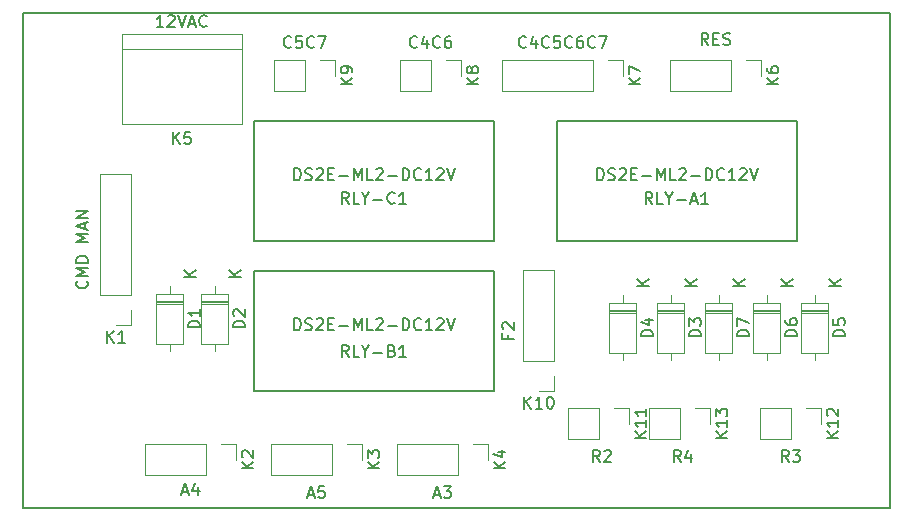
<source format=gto>
G04 #@! TF.GenerationSoftware,KiCad,Pcbnew,5.0.2-bee76a0~70~ubuntu18.04.1*
G04 #@! TF.CreationDate,2020-04-21T14:12:21+02:00*
G04 #@! TF.ProjectId,FeuMontagne,4665754d-6f6e-4746-9167-6e652e6b6963,rev?*
G04 #@! TF.SameCoordinates,Original*
G04 #@! TF.FileFunction,Legend,Top*
G04 #@! TF.FilePolarity,Positive*
%FSLAX46Y46*%
G04 Gerber Fmt 4.6, Leading zero omitted, Abs format (unit mm)*
G04 Created by KiCad (PCBNEW 5.0.2-bee76a0~70~ubuntu18.04.1) date mar. 21 avril 2020 14:12:21 CEST*
%MOMM*%
%LPD*%
G01*
G04 APERTURE LIST*
%ADD10C,0.150000*%
%ADD11C,0.120000*%
G04 APERTURE END LIST*
D10*
X169672000Y-73914000D02*
X96266000Y-73914000D01*
X169672000Y-115824000D02*
X169672000Y-73914000D01*
X96266000Y-115824000D02*
X169672000Y-115824000D01*
X96266000Y-73914000D02*
X96266000Y-115824000D01*
D11*
G04 #@! TO.C,D1*
X109832000Y-98302000D02*
X107592000Y-98302000D01*
X109832000Y-98542000D02*
X107592000Y-98542000D01*
X109832000Y-98422000D02*
X107592000Y-98422000D01*
X108712000Y-102592000D02*
X108712000Y-101942000D01*
X108712000Y-97052000D02*
X108712000Y-97702000D01*
X109832000Y-101942000D02*
X109832000Y-97702000D01*
X107592000Y-101942000D02*
X109832000Y-101942000D01*
X107592000Y-97702000D02*
X107592000Y-101942000D01*
X109832000Y-97702000D02*
X107592000Y-97702000D01*
G04 #@! TO.C,D2*
X113642000Y-98302000D02*
X111402000Y-98302000D01*
X113642000Y-98542000D02*
X111402000Y-98542000D01*
X113642000Y-98422000D02*
X111402000Y-98422000D01*
X112522000Y-102592000D02*
X112522000Y-101942000D01*
X112522000Y-97052000D02*
X112522000Y-97702000D01*
X113642000Y-101942000D02*
X113642000Y-97702000D01*
X111402000Y-101942000D02*
X113642000Y-101942000D01*
X111402000Y-97702000D02*
X111402000Y-101942000D01*
X113642000Y-97702000D02*
X111402000Y-97702000D01*
G04 #@! TO.C,D3*
X152250000Y-99064000D02*
X150010000Y-99064000D01*
X152250000Y-99304000D02*
X150010000Y-99304000D01*
X152250000Y-99184000D02*
X150010000Y-99184000D01*
X151130000Y-103354000D02*
X151130000Y-102704000D01*
X151130000Y-97814000D02*
X151130000Y-98464000D01*
X152250000Y-102704000D02*
X152250000Y-98464000D01*
X150010000Y-102704000D02*
X152250000Y-102704000D01*
X150010000Y-98464000D02*
X150010000Y-102704000D01*
X152250000Y-98464000D02*
X150010000Y-98464000D01*
G04 #@! TO.C,D4*
X148186000Y-98464000D02*
X145946000Y-98464000D01*
X145946000Y-98464000D02*
X145946000Y-102704000D01*
X145946000Y-102704000D02*
X148186000Y-102704000D01*
X148186000Y-102704000D02*
X148186000Y-98464000D01*
X147066000Y-97814000D02*
X147066000Y-98464000D01*
X147066000Y-103354000D02*
X147066000Y-102704000D01*
X148186000Y-99184000D02*
X145946000Y-99184000D01*
X148186000Y-99304000D02*
X145946000Y-99304000D01*
X148186000Y-99064000D02*
X145946000Y-99064000D01*
G04 #@! TO.C,D5*
X164442000Y-98464000D02*
X162202000Y-98464000D01*
X162202000Y-98464000D02*
X162202000Y-102704000D01*
X162202000Y-102704000D02*
X164442000Y-102704000D01*
X164442000Y-102704000D02*
X164442000Y-98464000D01*
X163322000Y-97814000D02*
X163322000Y-98464000D01*
X163322000Y-103354000D02*
X163322000Y-102704000D01*
X164442000Y-99184000D02*
X162202000Y-99184000D01*
X164442000Y-99304000D02*
X162202000Y-99304000D01*
X164442000Y-99064000D02*
X162202000Y-99064000D01*
G04 #@! TO.C,D6*
X160378000Y-98464000D02*
X158138000Y-98464000D01*
X158138000Y-98464000D02*
X158138000Y-102704000D01*
X158138000Y-102704000D02*
X160378000Y-102704000D01*
X160378000Y-102704000D02*
X160378000Y-98464000D01*
X159258000Y-97814000D02*
X159258000Y-98464000D01*
X159258000Y-103354000D02*
X159258000Y-102704000D01*
X160378000Y-99184000D02*
X158138000Y-99184000D01*
X160378000Y-99304000D02*
X158138000Y-99304000D01*
X160378000Y-99064000D02*
X158138000Y-99064000D01*
G04 #@! TO.C,D7*
X156314000Y-98464000D02*
X154074000Y-98464000D01*
X154074000Y-98464000D02*
X154074000Y-102704000D01*
X154074000Y-102704000D02*
X156314000Y-102704000D01*
X156314000Y-102704000D02*
X156314000Y-98464000D01*
X155194000Y-97814000D02*
X155194000Y-98464000D01*
X155194000Y-103354000D02*
X155194000Y-102704000D01*
X156314000Y-99184000D02*
X154074000Y-99184000D01*
X156314000Y-99304000D02*
X154074000Y-99304000D01*
X156314000Y-99064000D02*
X154074000Y-99064000D01*
G04 #@! TO.C,K1*
X105470000Y-87570000D02*
X102810000Y-87570000D01*
X105470000Y-97790000D02*
X105470000Y-87570000D01*
X102810000Y-97790000D02*
X102810000Y-87570000D01*
X105470000Y-97790000D02*
X102810000Y-97790000D01*
X105470000Y-99060000D02*
X105470000Y-100390000D01*
X105470000Y-100390000D02*
X104140000Y-100390000D01*
G04 #@! TO.C,K2*
X106620000Y-110430000D02*
X106620000Y-113090000D01*
X111760000Y-110430000D02*
X106620000Y-110430000D01*
X111760000Y-113090000D02*
X106620000Y-113090000D01*
X111760000Y-110430000D02*
X111760000Y-113090000D01*
X113030000Y-110430000D02*
X114360000Y-110430000D01*
X114360000Y-110430000D02*
X114360000Y-111760000D01*
G04 #@! TO.C,K3*
X117288000Y-110430000D02*
X117288000Y-113090000D01*
X122428000Y-110430000D02*
X117288000Y-110430000D01*
X122428000Y-113090000D02*
X117288000Y-113090000D01*
X122428000Y-110430000D02*
X122428000Y-113090000D01*
X123698000Y-110430000D02*
X125028000Y-110430000D01*
X125028000Y-110430000D02*
X125028000Y-111760000D01*
G04 #@! TO.C,K4*
X135696000Y-110430000D02*
X135696000Y-111760000D01*
X134366000Y-110430000D02*
X135696000Y-110430000D01*
X133096000Y-110430000D02*
X133096000Y-113090000D01*
X133096000Y-113090000D02*
X127956000Y-113090000D01*
X133096000Y-110430000D02*
X127956000Y-110430000D01*
X127956000Y-110430000D02*
X127956000Y-113090000D01*
G04 #@! TO.C,K5*
X104648000Y-76962000D02*
X114808000Y-76962000D01*
X104648000Y-75692000D02*
X104648000Y-83312000D01*
X104648000Y-83312000D02*
X114808000Y-83312000D01*
X114808000Y-83312000D02*
X114808000Y-75692000D01*
X114808000Y-75692000D02*
X104648000Y-75692000D01*
G04 #@! TO.C,K6*
X158810000Y-77918000D02*
X158810000Y-79248000D01*
X157480000Y-77918000D02*
X158810000Y-77918000D01*
X156210000Y-77918000D02*
X156210000Y-80578000D01*
X156210000Y-80578000D02*
X151070000Y-80578000D01*
X156210000Y-77918000D02*
X151070000Y-77918000D01*
X151070000Y-77918000D02*
X151070000Y-80578000D01*
G04 #@! TO.C,K7*
X136846000Y-77918000D02*
X136846000Y-80578000D01*
X144526000Y-77918000D02*
X136846000Y-77918000D01*
X144526000Y-80578000D02*
X136846000Y-80578000D01*
X144526000Y-77918000D02*
X144526000Y-80578000D01*
X145796000Y-77918000D02*
X147126000Y-77918000D01*
X147126000Y-77918000D02*
X147126000Y-79248000D01*
G04 #@! TO.C,K8*
X133410000Y-77918000D02*
X133410000Y-79248000D01*
X132080000Y-77918000D02*
X133410000Y-77918000D01*
X130810000Y-77918000D02*
X130810000Y-80578000D01*
X130810000Y-80578000D02*
X128210000Y-80578000D01*
X130810000Y-77918000D02*
X128210000Y-77918000D01*
X128210000Y-77918000D02*
X128210000Y-80578000D01*
G04 #@! TO.C,K9*
X117542000Y-77918000D02*
X117542000Y-80578000D01*
X120142000Y-77918000D02*
X117542000Y-77918000D01*
X120142000Y-80578000D02*
X117542000Y-80578000D01*
X120142000Y-77918000D02*
X120142000Y-80578000D01*
X121412000Y-77918000D02*
X122742000Y-77918000D01*
X122742000Y-77918000D02*
X122742000Y-79248000D01*
G04 #@! TO.C,K10*
X141284000Y-105978000D02*
X139954000Y-105978000D01*
X141284000Y-104648000D02*
X141284000Y-105978000D01*
X141284000Y-103378000D02*
X138624000Y-103378000D01*
X138624000Y-103378000D02*
X138624000Y-95698000D01*
X141284000Y-103378000D02*
X141284000Y-95698000D01*
X141284000Y-95698000D02*
X138624000Y-95698000D01*
G04 #@! TO.C,K11*
X147634000Y-107382000D02*
X147634000Y-108712000D01*
X146304000Y-107382000D02*
X147634000Y-107382000D01*
X145034000Y-107382000D02*
X145034000Y-110042000D01*
X145034000Y-110042000D02*
X142434000Y-110042000D01*
X145034000Y-107382000D02*
X142434000Y-107382000D01*
X142434000Y-107382000D02*
X142434000Y-110042000D01*
G04 #@! TO.C,K12*
X158690000Y-107382000D02*
X158690000Y-110042000D01*
X161290000Y-107382000D02*
X158690000Y-107382000D01*
X161290000Y-110042000D02*
X158690000Y-110042000D01*
X161290000Y-107382000D02*
X161290000Y-110042000D01*
X162560000Y-107382000D02*
X163890000Y-107382000D01*
X163890000Y-107382000D02*
X163890000Y-108712000D01*
G04 #@! TO.C,K13*
X154492000Y-107382000D02*
X154492000Y-108712000D01*
X153162000Y-107382000D02*
X154492000Y-107382000D01*
X151892000Y-107382000D02*
X151892000Y-110042000D01*
X151892000Y-110042000D02*
X149292000Y-110042000D01*
X151892000Y-107382000D02*
X149292000Y-107382000D01*
X149292000Y-107382000D02*
X149292000Y-110042000D01*
D10*
G04 #@! TO.C,RLY-A1*
X141478000Y-83058000D02*
X141478000Y-93218000D01*
X161798000Y-83058000D02*
X141478000Y-83058000D01*
X161798000Y-93218000D02*
X161798000Y-83058000D01*
X141478000Y-93218000D02*
X161798000Y-93218000D01*
G04 #@! TO.C,RLY-B1*
X115824000Y-105918000D02*
X136144000Y-105918000D01*
X136144000Y-105918000D02*
X136144000Y-95758000D01*
X136144000Y-95758000D02*
X115824000Y-95758000D01*
X115824000Y-95758000D02*
X115824000Y-105918000D01*
G04 #@! TO.C,RLY-C1*
X115824000Y-93218000D02*
X136144000Y-93218000D01*
X136144000Y-93218000D02*
X136144000Y-83058000D01*
X136144000Y-83058000D02*
X115824000Y-83058000D01*
X115824000Y-83058000D02*
X115824000Y-93218000D01*
G04 #@! TD*
G04 #@! TO.C,D1*
X111284380Y-100560095D02*
X110284380Y-100560095D01*
X110284380Y-100322000D01*
X110332000Y-100179142D01*
X110427238Y-100083904D01*
X110522476Y-100036285D01*
X110712952Y-99988666D01*
X110855809Y-99988666D01*
X111046285Y-100036285D01*
X111141523Y-100083904D01*
X111236761Y-100179142D01*
X111284380Y-100322000D01*
X111284380Y-100560095D01*
X111284380Y-99036285D02*
X111284380Y-99607714D01*
X111284380Y-99322000D02*
X110284380Y-99322000D01*
X110427238Y-99417238D01*
X110522476Y-99512476D01*
X110570095Y-99607714D01*
X110964380Y-96273904D02*
X109964380Y-96273904D01*
X110964380Y-95702476D02*
X110392952Y-96131047D01*
X109964380Y-95702476D02*
X110535809Y-96273904D01*
G04 #@! TO.C,D2*
X115094380Y-100560095D02*
X114094380Y-100560095D01*
X114094380Y-100322000D01*
X114142000Y-100179142D01*
X114237238Y-100083904D01*
X114332476Y-100036285D01*
X114522952Y-99988666D01*
X114665809Y-99988666D01*
X114856285Y-100036285D01*
X114951523Y-100083904D01*
X115046761Y-100179142D01*
X115094380Y-100322000D01*
X115094380Y-100560095D01*
X114189619Y-99607714D02*
X114142000Y-99560095D01*
X114094380Y-99464857D01*
X114094380Y-99226761D01*
X114142000Y-99131523D01*
X114189619Y-99083904D01*
X114284857Y-99036285D01*
X114380095Y-99036285D01*
X114522952Y-99083904D01*
X115094380Y-99655333D01*
X115094380Y-99036285D01*
X114774380Y-96273904D02*
X113774380Y-96273904D01*
X114774380Y-95702476D02*
X114202952Y-96131047D01*
X113774380Y-95702476D02*
X114345809Y-96273904D01*
G04 #@! TO.C,D3*
X153702380Y-101322095D02*
X152702380Y-101322095D01*
X152702380Y-101084000D01*
X152750000Y-100941142D01*
X152845238Y-100845904D01*
X152940476Y-100798285D01*
X153130952Y-100750666D01*
X153273809Y-100750666D01*
X153464285Y-100798285D01*
X153559523Y-100845904D01*
X153654761Y-100941142D01*
X153702380Y-101084000D01*
X153702380Y-101322095D01*
X152702380Y-100417333D02*
X152702380Y-99798285D01*
X153083333Y-100131619D01*
X153083333Y-99988761D01*
X153130952Y-99893523D01*
X153178571Y-99845904D01*
X153273809Y-99798285D01*
X153511904Y-99798285D01*
X153607142Y-99845904D01*
X153654761Y-99893523D01*
X153702380Y-99988761D01*
X153702380Y-100274476D01*
X153654761Y-100369714D01*
X153607142Y-100417333D01*
X153382380Y-97035904D02*
X152382380Y-97035904D01*
X153382380Y-96464476D02*
X152810952Y-96893047D01*
X152382380Y-96464476D02*
X152953809Y-97035904D01*
G04 #@! TO.C,D4*
X149638380Y-101322095D02*
X148638380Y-101322095D01*
X148638380Y-101084000D01*
X148686000Y-100941142D01*
X148781238Y-100845904D01*
X148876476Y-100798285D01*
X149066952Y-100750666D01*
X149209809Y-100750666D01*
X149400285Y-100798285D01*
X149495523Y-100845904D01*
X149590761Y-100941142D01*
X149638380Y-101084000D01*
X149638380Y-101322095D01*
X148971714Y-99893523D02*
X149638380Y-99893523D01*
X148590761Y-100131619D02*
X149305047Y-100369714D01*
X149305047Y-99750666D01*
X149318380Y-97035904D02*
X148318380Y-97035904D01*
X149318380Y-96464476D02*
X148746952Y-96893047D01*
X148318380Y-96464476D02*
X148889809Y-97035904D01*
G04 #@! TO.C,D5*
X165894380Y-101322095D02*
X164894380Y-101322095D01*
X164894380Y-101084000D01*
X164942000Y-100941142D01*
X165037238Y-100845904D01*
X165132476Y-100798285D01*
X165322952Y-100750666D01*
X165465809Y-100750666D01*
X165656285Y-100798285D01*
X165751523Y-100845904D01*
X165846761Y-100941142D01*
X165894380Y-101084000D01*
X165894380Y-101322095D01*
X164894380Y-99845904D02*
X164894380Y-100322095D01*
X165370571Y-100369714D01*
X165322952Y-100322095D01*
X165275333Y-100226857D01*
X165275333Y-99988761D01*
X165322952Y-99893523D01*
X165370571Y-99845904D01*
X165465809Y-99798285D01*
X165703904Y-99798285D01*
X165799142Y-99845904D01*
X165846761Y-99893523D01*
X165894380Y-99988761D01*
X165894380Y-100226857D01*
X165846761Y-100322095D01*
X165799142Y-100369714D01*
X165574380Y-97035904D02*
X164574380Y-97035904D01*
X165574380Y-96464476D02*
X165002952Y-96893047D01*
X164574380Y-96464476D02*
X165145809Y-97035904D01*
G04 #@! TO.C,D6*
X161830380Y-101322095D02*
X160830380Y-101322095D01*
X160830380Y-101084000D01*
X160878000Y-100941142D01*
X160973238Y-100845904D01*
X161068476Y-100798285D01*
X161258952Y-100750666D01*
X161401809Y-100750666D01*
X161592285Y-100798285D01*
X161687523Y-100845904D01*
X161782761Y-100941142D01*
X161830380Y-101084000D01*
X161830380Y-101322095D01*
X160830380Y-99893523D02*
X160830380Y-100084000D01*
X160878000Y-100179238D01*
X160925619Y-100226857D01*
X161068476Y-100322095D01*
X161258952Y-100369714D01*
X161639904Y-100369714D01*
X161735142Y-100322095D01*
X161782761Y-100274476D01*
X161830380Y-100179238D01*
X161830380Y-99988761D01*
X161782761Y-99893523D01*
X161735142Y-99845904D01*
X161639904Y-99798285D01*
X161401809Y-99798285D01*
X161306571Y-99845904D01*
X161258952Y-99893523D01*
X161211333Y-99988761D01*
X161211333Y-100179238D01*
X161258952Y-100274476D01*
X161306571Y-100322095D01*
X161401809Y-100369714D01*
X161510380Y-97035904D02*
X160510380Y-97035904D01*
X161510380Y-96464476D02*
X160938952Y-96893047D01*
X160510380Y-96464476D02*
X161081809Y-97035904D01*
G04 #@! TO.C,D7*
X157766380Y-101322095D02*
X156766380Y-101322095D01*
X156766380Y-101084000D01*
X156814000Y-100941142D01*
X156909238Y-100845904D01*
X157004476Y-100798285D01*
X157194952Y-100750666D01*
X157337809Y-100750666D01*
X157528285Y-100798285D01*
X157623523Y-100845904D01*
X157718761Y-100941142D01*
X157766380Y-101084000D01*
X157766380Y-101322095D01*
X156766380Y-100417333D02*
X156766380Y-99750666D01*
X157766380Y-100179238D01*
X157446380Y-97035904D02*
X156446380Y-97035904D01*
X157446380Y-96464476D02*
X156874952Y-96893047D01*
X156446380Y-96464476D02*
X157017809Y-97035904D01*
G04 #@! TO.C,K1*
X103401904Y-101842380D02*
X103401904Y-100842380D01*
X103973333Y-101842380D02*
X103544761Y-101270952D01*
X103973333Y-100842380D02*
X103401904Y-101413809D01*
X104925714Y-101842380D02*
X104354285Y-101842380D01*
X104640000Y-101842380D02*
X104640000Y-100842380D01*
X104544761Y-100985238D01*
X104449523Y-101080476D01*
X104354285Y-101128095D01*
X101703142Y-96646666D02*
X101750761Y-96694285D01*
X101798380Y-96837142D01*
X101798380Y-96932380D01*
X101750761Y-97075238D01*
X101655523Y-97170476D01*
X101560285Y-97218095D01*
X101369809Y-97265714D01*
X101226952Y-97265714D01*
X101036476Y-97218095D01*
X100941238Y-97170476D01*
X100846000Y-97075238D01*
X100798380Y-96932380D01*
X100798380Y-96837142D01*
X100846000Y-96694285D01*
X100893619Y-96646666D01*
X101798380Y-96218095D02*
X100798380Y-96218095D01*
X101512666Y-95884761D01*
X100798380Y-95551428D01*
X101798380Y-95551428D01*
X101798380Y-95075238D02*
X100798380Y-95075238D01*
X100798380Y-94837142D01*
X100846000Y-94694285D01*
X100941238Y-94599047D01*
X101036476Y-94551428D01*
X101226952Y-94503809D01*
X101369809Y-94503809D01*
X101560285Y-94551428D01*
X101655523Y-94599047D01*
X101750761Y-94694285D01*
X101798380Y-94837142D01*
X101798380Y-95075238D01*
X101798380Y-93313333D02*
X100798380Y-93313333D01*
X101512666Y-92980000D01*
X100798380Y-92646666D01*
X101798380Y-92646666D01*
X101512666Y-92218095D02*
X101512666Y-91741904D01*
X101798380Y-92313333D02*
X100798380Y-91980000D01*
X101798380Y-91646666D01*
X101798380Y-91313333D02*
X100798380Y-91313333D01*
X101798380Y-90741904D01*
X100798380Y-90741904D01*
G04 #@! TO.C,K2*
X115812380Y-112498095D02*
X114812380Y-112498095D01*
X115812380Y-111926666D02*
X115240952Y-112355238D01*
X114812380Y-111926666D02*
X115383809Y-112498095D01*
X114907619Y-111545714D02*
X114860000Y-111498095D01*
X114812380Y-111402857D01*
X114812380Y-111164761D01*
X114860000Y-111069523D01*
X114907619Y-111021904D01*
X115002857Y-110974285D01*
X115098095Y-110974285D01*
X115240952Y-111021904D01*
X115812380Y-111593333D01*
X115812380Y-110974285D01*
X109775714Y-114466666D02*
X110251904Y-114466666D01*
X109680476Y-114752380D02*
X110013809Y-113752380D01*
X110347142Y-114752380D01*
X111109047Y-114085714D02*
X111109047Y-114752380D01*
X110870952Y-113704761D02*
X110632857Y-114419047D01*
X111251904Y-114419047D01*
G04 #@! TO.C,K3*
X126480380Y-112498095D02*
X125480380Y-112498095D01*
X126480380Y-111926666D02*
X125908952Y-112355238D01*
X125480380Y-111926666D02*
X126051809Y-112498095D01*
X125480380Y-111593333D02*
X125480380Y-110974285D01*
X125861333Y-111307619D01*
X125861333Y-111164761D01*
X125908952Y-111069523D01*
X125956571Y-111021904D01*
X126051809Y-110974285D01*
X126289904Y-110974285D01*
X126385142Y-111021904D01*
X126432761Y-111069523D01*
X126480380Y-111164761D01*
X126480380Y-111450476D01*
X126432761Y-111545714D01*
X126385142Y-111593333D01*
X120443714Y-114720666D02*
X120919904Y-114720666D01*
X120348476Y-115006380D02*
X120681809Y-114006380D01*
X121015142Y-115006380D01*
X121824666Y-114006380D02*
X121348476Y-114006380D01*
X121300857Y-114482571D01*
X121348476Y-114434952D01*
X121443714Y-114387333D01*
X121681809Y-114387333D01*
X121777047Y-114434952D01*
X121824666Y-114482571D01*
X121872285Y-114577809D01*
X121872285Y-114815904D01*
X121824666Y-114911142D01*
X121777047Y-114958761D01*
X121681809Y-115006380D01*
X121443714Y-115006380D01*
X121348476Y-114958761D01*
X121300857Y-114911142D01*
G04 #@! TO.C,K4*
X137148380Y-112498095D02*
X136148380Y-112498095D01*
X137148380Y-111926666D02*
X136576952Y-112355238D01*
X136148380Y-111926666D02*
X136719809Y-112498095D01*
X136481714Y-111069523D02*
X137148380Y-111069523D01*
X136100761Y-111307619D02*
X136815047Y-111545714D01*
X136815047Y-110926666D01*
X131111714Y-114720666D02*
X131587904Y-114720666D01*
X131016476Y-115006380D02*
X131349809Y-114006380D01*
X131683142Y-115006380D01*
X131921238Y-114006380D02*
X132540285Y-114006380D01*
X132206952Y-114387333D01*
X132349809Y-114387333D01*
X132445047Y-114434952D01*
X132492666Y-114482571D01*
X132540285Y-114577809D01*
X132540285Y-114815904D01*
X132492666Y-114911142D01*
X132445047Y-114958761D01*
X132349809Y-115006380D01*
X132064095Y-115006380D01*
X131968857Y-114958761D01*
X131921238Y-114911142D01*
G04 #@! TO.C,K5*
X108989904Y-85034380D02*
X108989904Y-84034380D01*
X109561333Y-85034380D02*
X109132761Y-84462952D01*
X109561333Y-84034380D02*
X108989904Y-84605809D01*
X110466095Y-84034380D02*
X109989904Y-84034380D01*
X109942285Y-84510571D01*
X109989904Y-84462952D01*
X110085142Y-84415333D01*
X110323238Y-84415333D01*
X110418476Y-84462952D01*
X110466095Y-84510571D01*
X110513714Y-84605809D01*
X110513714Y-84843904D01*
X110466095Y-84939142D01*
X110418476Y-84986761D01*
X110323238Y-85034380D01*
X110085142Y-85034380D01*
X109989904Y-84986761D01*
X109942285Y-84939142D01*
X108180380Y-75128380D02*
X107608952Y-75128380D01*
X107894666Y-75128380D02*
X107894666Y-74128380D01*
X107799428Y-74271238D01*
X107704190Y-74366476D01*
X107608952Y-74414095D01*
X108561333Y-74223619D02*
X108608952Y-74176000D01*
X108704190Y-74128380D01*
X108942285Y-74128380D01*
X109037523Y-74176000D01*
X109085142Y-74223619D01*
X109132761Y-74318857D01*
X109132761Y-74414095D01*
X109085142Y-74556952D01*
X108513714Y-75128380D01*
X109132761Y-75128380D01*
X109418476Y-74128380D02*
X109751809Y-75128380D01*
X110085142Y-74128380D01*
X110370857Y-74842666D02*
X110847047Y-74842666D01*
X110275619Y-75128380D02*
X110608952Y-74128380D01*
X110942285Y-75128380D01*
X111847047Y-75033142D02*
X111799428Y-75080761D01*
X111656571Y-75128380D01*
X111561333Y-75128380D01*
X111418476Y-75080761D01*
X111323238Y-74985523D01*
X111275619Y-74890285D01*
X111228000Y-74699809D01*
X111228000Y-74556952D01*
X111275619Y-74366476D01*
X111323238Y-74271238D01*
X111418476Y-74176000D01*
X111561333Y-74128380D01*
X111656571Y-74128380D01*
X111799428Y-74176000D01*
X111847047Y-74223619D01*
G04 #@! TO.C,K6*
X160262380Y-79986095D02*
X159262380Y-79986095D01*
X160262380Y-79414666D02*
X159690952Y-79843238D01*
X159262380Y-79414666D02*
X159833809Y-79986095D01*
X159262380Y-78557523D02*
X159262380Y-78748000D01*
X159310000Y-78843238D01*
X159357619Y-78890857D01*
X159500476Y-78986095D01*
X159690952Y-79033714D01*
X160071904Y-79033714D01*
X160167142Y-78986095D01*
X160214761Y-78938476D01*
X160262380Y-78843238D01*
X160262380Y-78652761D01*
X160214761Y-78557523D01*
X160167142Y-78509904D01*
X160071904Y-78462285D01*
X159833809Y-78462285D01*
X159738571Y-78509904D01*
X159690952Y-78557523D01*
X159643333Y-78652761D01*
X159643333Y-78843238D01*
X159690952Y-78938476D01*
X159738571Y-78986095D01*
X159833809Y-79033714D01*
X154320952Y-76652380D02*
X153987619Y-76176190D01*
X153749523Y-76652380D02*
X153749523Y-75652380D01*
X154130476Y-75652380D01*
X154225714Y-75700000D01*
X154273333Y-75747619D01*
X154320952Y-75842857D01*
X154320952Y-75985714D01*
X154273333Y-76080952D01*
X154225714Y-76128571D01*
X154130476Y-76176190D01*
X153749523Y-76176190D01*
X154749523Y-76128571D02*
X155082857Y-76128571D01*
X155225714Y-76652380D02*
X154749523Y-76652380D01*
X154749523Y-75652380D01*
X155225714Y-75652380D01*
X155606666Y-76604761D02*
X155749523Y-76652380D01*
X155987619Y-76652380D01*
X156082857Y-76604761D01*
X156130476Y-76557142D01*
X156178095Y-76461904D01*
X156178095Y-76366666D01*
X156130476Y-76271428D01*
X156082857Y-76223809D01*
X155987619Y-76176190D01*
X155797142Y-76128571D01*
X155701904Y-76080952D01*
X155654285Y-76033333D01*
X155606666Y-75938095D01*
X155606666Y-75842857D01*
X155654285Y-75747619D01*
X155701904Y-75700000D01*
X155797142Y-75652380D01*
X156035238Y-75652380D01*
X156178095Y-75700000D01*
G04 #@! TO.C,K7*
X148578380Y-79986095D02*
X147578380Y-79986095D01*
X148578380Y-79414666D02*
X148006952Y-79843238D01*
X147578380Y-79414666D02*
X148149809Y-79986095D01*
X147578380Y-79081333D02*
X147578380Y-78414666D01*
X148578380Y-78843238D01*
X138890761Y-76811142D02*
X138843142Y-76858761D01*
X138700285Y-76906380D01*
X138605047Y-76906380D01*
X138462190Y-76858761D01*
X138366952Y-76763523D01*
X138319333Y-76668285D01*
X138271714Y-76477809D01*
X138271714Y-76334952D01*
X138319333Y-76144476D01*
X138366952Y-76049238D01*
X138462190Y-75954000D01*
X138605047Y-75906380D01*
X138700285Y-75906380D01*
X138843142Y-75954000D01*
X138890761Y-76001619D01*
X139747904Y-76239714D02*
X139747904Y-76906380D01*
X139509809Y-75858761D02*
X139271714Y-76573047D01*
X139890761Y-76573047D01*
X140843142Y-76811142D02*
X140795523Y-76858761D01*
X140652666Y-76906380D01*
X140557428Y-76906380D01*
X140414571Y-76858761D01*
X140319333Y-76763523D01*
X140271714Y-76668285D01*
X140224095Y-76477809D01*
X140224095Y-76334952D01*
X140271714Y-76144476D01*
X140319333Y-76049238D01*
X140414571Y-75954000D01*
X140557428Y-75906380D01*
X140652666Y-75906380D01*
X140795523Y-75954000D01*
X140843142Y-76001619D01*
X141747904Y-75906380D02*
X141271714Y-75906380D01*
X141224095Y-76382571D01*
X141271714Y-76334952D01*
X141366952Y-76287333D01*
X141605047Y-76287333D01*
X141700285Y-76334952D01*
X141747904Y-76382571D01*
X141795523Y-76477809D01*
X141795523Y-76715904D01*
X141747904Y-76811142D01*
X141700285Y-76858761D01*
X141605047Y-76906380D01*
X141366952Y-76906380D01*
X141271714Y-76858761D01*
X141224095Y-76811142D01*
X142795523Y-76811142D02*
X142747904Y-76858761D01*
X142605047Y-76906380D01*
X142509809Y-76906380D01*
X142366952Y-76858761D01*
X142271714Y-76763523D01*
X142224095Y-76668285D01*
X142176476Y-76477809D01*
X142176476Y-76334952D01*
X142224095Y-76144476D01*
X142271714Y-76049238D01*
X142366952Y-75954000D01*
X142509809Y-75906380D01*
X142605047Y-75906380D01*
X142747904Y-75954000D01*
X142795523Y-76001619D01*
X143652666Y-75906380D02*
X143462190Y-75906380D01*
X143366952Y-75954000D01*
X143319333Y-76001619D01*
X143224095Y-76144476D01*
X143176476Y-76334952D01*
X143176476Y-76715904D01*
X143224095Y-76811142D01*
X143271714Y-76858761D01*
X143366952Y-76906380D01*
X143557428Y-76906380D01*
X143652666Y-76858761D01*
X143700285Y-76811142D01*
X143747904Y-76715904D01*
X143747904Y-76477809D01*
X143700285Y-76382571D01*
X143652666Y-76334952D01*
X143557428Y-76287333D01*
X143366952Y-76287333D01*
X143271714Y-76334952D01*
X143224095Y-76382571D01*
X143176476Y-76477809D01*
X144747904Y-76811142D02*
X144700285Y-76858761D01*
X144557428Y-76906380D01*
X144462190Y-76906380D01*
X144319333Y-76858761D01*
X144224095Y-76763523D01*
X144176476Y-76668285D01*
X144128857Y-76477809D01*
X144128857Y-76334952D01*
X144176476Y-76144476D01*
X144224095Y-76049238D01*
X144319333Y-75954000D01*
X144462190Y-75906380D01*
X144557428Y-75906380D01*
X144700285Y-75954000D01*
X144747904Y-76001619D01*
X145081238Y-75906380D02*
X145747904Y-75906380D01*
X145319333Y-76906380D01*
G04 #@! TO.C,K8*
X134862380Y-79986095D02*
X133862380Y-79986095D01*
X134862380Y-79414666D02*
X134290952Y-79843238D01*
X133862380Y-79414666D02*
X134433809Y-79986095D01*
X134290952Y-78843238D02*
X134243333Y-78938476D01*
X134195714Y-78986095D01*
X134100476Y-79033714D01*
X134052857Y-79033714D01*
X133957619Y-78986095D01*
X133910000Y-78938476D01*
X133862380Y-78843238D01*
X133862380Y-78652761D01*
X133910000Y-78557523D01*
X133957619Y-78509904D01*
X134052857Y-78462285D01*
X134100476Y-78462285D01*
X134195714Y-78509904D01*
X134243333Y-78557523D01*
X134290952Y-78652761D01*
X134290952Y-78843238D01*
X134338571Y-78938476D01*
X134386190Y-78986095D01*
X134481428Y-79033714D01*
X134671904Y-79033714D01*
X134767142Y-78986095D01*
X134814761Y-78938476D01*
X134862380Y-78843238D01*
X134862380Y-78652761D01*
X134814761Y-78557523D01*
X134767142Y-78509904D01*
X134671904Y-78462285D01*
X134481428Y-78462285D01*
X134386190Y-78509904D01*
X134338571Y-78557523D01*
X134290952Y-78652761D01*
X129667142Y-76811142D02*
X129619523Y-76858761D01*
X129476666Y-76906380D01*
X129381428Y-76906380D01*
X129238571Y-76858761D01*
X129143333Y-76763523D01*
X129095714Y-76668285D01*
X129048095Y-76477809D01*
X129048095Y-76334952D01*
X129095714Y-76144476D01*
X129143333Y-76049238D01*
X129238571Y-75954000D01*
X129381428Y-75906380D01*
X129476666Y-75906380D01*
X129619523Y-75954000D01*
X129667142Y-76001619D01*
X130524285Y-76239714D02*
X130524285Y-76906380D01*
X130286190Y-75858761D02*
X130048095Y-76573047D01*
X130667142Y-76573047D01*
X131619523Y-76811142D02*
X131571904Y-76858761D01*
X131429047Y-76906380D01*
X131333809Y-76906380D01*
X131190952Y-76858761D01*
X131095714Y-76763523D01*
X131048095Y-76668285D01*
X131000476Y-76477809D01*
X131000476Y-76334952D01*
X131048095Y-76144476D01*
X131095714Y-76049238D01*
X131190952Y-75954000D01*
X131333809Y-75906380D01*
X131429047Y-75906380D01*
X131571904Y-75954000D01*
X131619523Y-76001619D01*
X132476666Y-75906380D02*
X132286190Y-75906380D01*
X132190952Y-75954000D01*
X132143333Y-76001619D01*
X132048095Y-76144476D01*
X132000476Y-76334952D01*
X132000476Y-76715904D01*
X132048095Y-76811142D01*
X132095714Y-76858761D01*
X132190952Y-76906380D01*
X132381428Y-76906380D01*
X132476666Y-76858761D01*
X132524285Y-76811142D01*
X132571904Y-76715904D01*
X132571904Y-76477809D01*
X132524285Y-76382571D01*
X132476666Y-76334952D01*
X132381428Y-76287333D01*
X132190952Y-76287333D01*
X132095714Y-76334952D01*
X132048095Y-76382571D01*
X132000476Y-76477809D01*
G04 #@! TO.C,K9*
X124194380Y-79986095D02*
X123194380Y-79986095D01*
X124194380Y-79414666D02*
X123622952Y-79843238D01*
X123194380Y-79414666D02*
X123765809Y-79986095D01*
X124194380Y-78938476D02*
X124194380Y-78748000D01*
X124146761Y-78652761D01*
X124099142Y-78605142D01*
X123956285Y-78509904D01*
X123765809Y-78462285D01*
X123384857Y-78462285D01*
X123289619Y-78509904D01*
X123242000Y-78557523D01*
X123194380Y-78652761D01*
X123194380Y-78843238D01*
X123242000Y-78938476D01*
X123289619Y-78986095D01*
X123384857Y-79033714D01*
X123622952Y-79033714D01*
X123718190Y-78986095D01*
X123765809Y-78938476D01*
X123813428Y-78843238D01*
X123813428Y-78652761D01*
X123765809Y-78557523D01*
X123718190Y-78509904D01*
X123622952Y-78462285D01*
X118999142Y-76811142D02*
X118951523Y-76858761D01*
X118808666Y-76906380D01*
X118713428Y-76906380D01*
X118570571Y-76858761D01*
X118475333Y-76763523D01*
X118427714Y-76668285D01*
X118380095Y-76477809D01*
X118380095Y-76334952D01*
X118427714Y-76144476D01*
X118475333Y-76049238D01*
X118570571Y-75954000D01*
X118713428Y-75906380D01*
X118808666Y-75906380D01*
X118951523Y-75954000D01*
X118999142Y-76001619D01*
X119903904Y-75906380D02*
X119427714Y-75906380D01*
X119380095Y-76382571D01*
X119427714Y-76334952D01*
X119522952Y-76287333D01*
X119761047Y-76287333D01*
X119856285Y-76334952D01*
X119903904Y-76382571D01*
X119951523Y-76477809D01*
X119951523Y-76715904D01*
X119903904Y-76811142D01*
X119856285Y-76858761D01*
X119761047Y-76906380D01*
X119522952Y-76906380D01*
X119427714Y-76858761D01*
X119380095Y-76811142D01*
X120951523Y-76811142D02*
X120903904Y-76858761D01*
X120761047Y-76906380D01*
X120665809Y-76906380D01*
X120522952Y-76858761D01*
X120427714Y-76763523D01*
X120380095Y-76668285D01*
X120332476Y-76477809D01*
X120332476Y-76334952D01*
X120380095Y-76144476D01*
X120427714Y-76049238D01*
X120522952Y-75954000D01*
X120665809Y-75906380D01*
X120761047Y-75906380D01*
X120903904Y-75954000D01*
X120951523Y-76001619D01*
X121284857Y-75906380D02*
X121951523Y-75906380D01*
X121522952Y-76906380D01*
G04 #@! TO.C,K10*
X138739714Y-107430380D02*
X138739714Y-106430380D01*
X139311142Y-107430380D02*
X138882571Y-106858952D01*
X139311142Y-106430380D02*
X138739714Y-107001809D01*
X140263523Y-107430380D02*
X139692095Y-107430380D01*
X139977809Y-107430380D02*
X139977809Y-106430380D01*
X139882571Y-106573238D01*
X139787333Y-106668476D01*
X139692095Y-106716095D01*
X140882571Y-106430380D02*
X140977809Y-106430380D01*
X141073047Y-106478000D01*
X141120666Y-106525619D01*
X141168285Y-106620857D01*
X141215904Y-106811333D01*
X141215904Y-107049428D01*
X141168285Y-107239904D01*
X141120666Y-107335142D01*
X141073047Y-107382761D01*
X140977809Y-107430380D01*
X140882571Y-107430380D01*
X140787333Y-107382761D01*
X140739714Y-107335142D01*
X140692095Y-107239904D01*
X140644476Y-107049428D01*
X140644476Y-106811333D01*
X140692095Y-106620857D01*
X140739714Y-106525619D01*
X140787333Y-106478000D01*
X140882571Y-106430380D01*
X137342571Y-101171333D02*
X137342571Y-101504666D01*
X137866380Y-101504666D02*
X136866380Y-101504666D01*
X136866380Y-101028476D01*
X136961619Y-100695142D02*
X136914000Y-100647523D01*
X136866380Y-100552285D01*
X136866380Y-100314190D01*
X136914000Y-100218952D01*
X136961619Y-100171333D01*
X137056857Y-100123714D01*
X137152095Y-100123714D01*
X137294952Y-100171333D01*
X137866380Y-100742761D01*
X137866380Y-100123714D01*
G04 #@! TO.C,K11*
X149086380Y-109926285D02*
X148086380Y-109926285D01*
X149086380Y-109354857D02*
X148514952Y-109783428D01*
X148086380Y-109354857D02*
X148657809Y-109926285D01*
X149086380Y-108402476D02*
X149086380Y-108973904D01*
X149086380Y-108688190D02*
X148086380Y-108688190D01*
X148229238Y-108783428D01*
X148324476Y-108878666D01*
X148372095Y-108973904D01*
X149086380Y-107450095D02*
X149086380Y-108021523D01*
X149086380Y-107735809D02*
X148086380Y-107735809D01*
X148229238Y-107831047D01*
X148324476Y-107926285D01*
X148372095Y-108021523D01*
X145121333Y-111958380D02*
X144788000Y-111482190D01*
X144549904Y-111958380D02*
X144549904Y-110958380D01*
X144930857Y-110958380D01*
X145026095Y-111006000D01*
X145073714Y-111053619D01*
X145121333Y-111148857D01*
X145121333Y-111291714D01*
X145073714Y-111386952D01*
X145026095Y-111434571D01*
X144930857Y-111482190D01*
X144549904Y-111482190D01*
X145502285Y-111053619D02*
X145549904Y-111006000D01*
X145645142Y-110958380D01*
X145883238Y-110958380D01*
X145978476Y-111006000D01*
X146026095Y-111053619D01*
X146073714Y-111148857D01*
X146073714Y-111244095D01*
X146026095Y-111386952D01*
X145454666Y-111958380D01*
X146073714Y-111958380D01*
G04 #@! TO.C,K12*
X165342380Y-109926285D02*
X164342380Y-109926285D01*
X165342380Y-109354857D02*
X164770952Y-109783428D01*
X164342380Y-109354857D02*
X164913809Y-109926285D01*
X165342380Y-108402476D02*
X165342380Y-108973904D01*
X165342380Y-108688190D02*
X164342380Y-108688190D01*
X164485238Y-108783428D01*
X164580476Y-108878666D01*
X164628095Y-108973904D01*
X164437619Y-108021523D02*
X164390000Y-107973904D01*
X164342380Y-107878666D01*
X164342380Y-107640571D01*
X164390000Y-107545333D01*
X164437619Y-107497714D01*
X164532857Y-107450095D01*
X164628095Y-107450095D01*
X164770952Y-107497714D01*
X165342380Y-108069142D01*
X165342380Y-107450095D01*
X161123333Y-111958380D02*
X160790000Y-111482190D01*
X160551904Y-111958380D02*
X160551904Y-110958380D01*
X160932857Y-110958380D01*
X161028095Y-111006000D01*
X161075714Y-111053619D01*
X161123333Y-111148857D01*
X161123333Y-111291714D01*
X161075714Y-111386952D01*
X161028095Y-111434571D01*
X160932857Y-111482190D01*
X160551904Y-111482190D01*
X161456666Y-110958380D02*
X162075714Y-110958380D01*
X161742380Y-111339333D01*
X161885238Y-111339333D01*
X161980476Y-111386952D01*
X162028095Y-111434571D01*
X162075714Y-111529809D01*
X162075714Y-111767904D01*
X162028095Y-111863142D01*
X161980476Y-111910761D01*
X161885238Y-111958380D01*
X161599523Y-111958380D01*
X161504285Y-111910761D01*
X161456666Y-111863142D01*
G04 #@! TO.C,K13*
X155944380Y-109926285D02*
X154944380Y-109926285D01*
X155944380Y-109354857D02*
X155372952Y-109783428D01*
X154944380Y-109354857D02*
X155515809Y-109926285D01*
X155944380Y-108402476D02*
X155944380Y-108973904D01*
X155944380Y-108688190D02*
X154944380Y-108688190D01*
X155087238Y-108783428D01*
X155182476Y-108878666D01*
X155230095Y-108973904D01*
X154944380Y-108069142D02*
X154944380Y-107450095D01*
X155325333Y-107783428D01*
X155325333Y-107640571D01*
X155372952Y-107545333D01*
X155420571Y-107497714D01*
X155515809Y-107450095D01*
X155753904Y-107450095D01*
X155849142Y-107497714D01*
X155896761Y-107545333D01*
X155944380Y-107640571D01*
X155944380Y-107926285D01*
X155896761Y-108021523D01*
X155849142Y-108069142D01*
X151979333Y-111958380D02*
X151646000Y-111482190D01*
X151407904Y-111958380D02*
X151407904Y-110958380D01*
X151788857Y-110958380D01*
X151884095Y-111006000D01*
X151931714Y-111053619D01*
X151979333Y-111148857D01*
X151979333Y-111291714D01*
X151931714Y-111386952D01*
X151884095Y-111434571D01*
X151788857Y-111482190D01*
X151407904Y-111482190D01*
X152836476Y-111291714D02*
X152836476Y-111958380D01*
X152598380Y-110910761D02*
X152360285Y-111625047D01*
X152979333Y-111625047D01*
G04 #@! TO.C,RLY-A1*
X149590380Y-90114380D02*
X149257047Y-89638190D01*
X149018952Y-90114380D02*
X149018952Y-89114380D01*
X149399904Y-89114380D01*
X149495142Y-89162000D01*
X149542761Y-89209619D01*
X149590380Y-89304857D01*
X149590380Y-89447714D01*
X149542761Y-89542952D01*
X149495142Y-89590571D01*
X149399904Y-89638190D01*
X149018952Y-89638190D01*
X150495142Y-90114380D02*
X150018952Y-90114380D01*
X150018952Y-89114380D01*
X151018952Y-89638190D02*
X151018952Y-90114380D01*
X150685619Y-89114380D02*
X151018952Y-89638190D01*
X151352285Y-89114380D01*
X151685619Y-89733428D02*
X152447523Y-89733428D01*
X152876095Y-89828666D02*
X153352285Y-89828666D01*
X152780857Y-90114380D02*
X153114190Y-89114380D01*
X153447523Y-90114380D01*
X154304666Y-90114380D02*
X153733238Y-90114380D01*
X154018952Y-90114380D02*
X154018952Y-89114380D01*
X153923714Y-89257238D01*
X153828476Y-89352476D01*
X153733238Y-89400095D01*
X144899904Y-88090380D02*
X144899904Y-87090380D01*
X145138000Y-87090380D01*
X145280857Y-87138000D01*
X145376095Y-87233238D01*
X145423714Y-87328476D01*
X145471333Y-87518952D01*
X145471333Y-87661809D01*
X145423714Y-87852285D01*
X145376095Y-87947523D01*
X145280857Y-88042761D01*
X145138000Y-88090380D01*
X144899904Y-88090380D01*
X145852285Y-88042761D02*
X145995142Y-88090380D01*
X146233238Y-88090380D01*
X146328476Y-88042761D01*
X146376095Y-87995142D01*
X146423714Y-87899904D01*
X146423714Y-87804666D01*
X146376095Y-87709428D01*
X146328476Y-87661809D01*
X146233238Y-87614190D01*
X146042761Y-87566571D01*
X145947523Y-87518952D01*
X145899904Y-87471333D01*
X145852285Y-87376095D01*
X145852285Y-87280857D01*
X145899904Y-87185619D01*
X145947523Y-87138000D01*
X146042761Y-87090380D01*
X146280857Y-87090380D01*
X146423714Y-87138000D01*
X146804666Y-87185619D02*
X146852285Y-87138000D01*
X146947523Y-87090380D01*
X147185619Y-87090380D01*
X147280857Y-87138000D01*
X147328476Y-87185619D01*
X147376095Y-87280857D01*
X147376095Y-87376095D01*
X147328476Y-87518952D01*
X146757047Y-88090380D01*
X147376095Y-88090380D01*
X147804666Y-87566571D02*
X148138000Y-87566571D01*
X148280857Y-88090380D02*
X147804666Y-88090380D01*
X147804666Y-87090380D01*
X148280857Y-87090380D01*
X148709428Y-87709428D02*
X149471333Y-87709428D01*
X149947523Y-88090380D02*
X149947523Y-87090380D01*
X150280857Y-87804666D01*
X150614190Y-87090380D01*
X150614190Y-88090380D01*
X151566571Y-88090380D02*
X151090380Y-88090380D01*
X151090380Y-87090380D01*
X151852285Y-87185619D02*
X151899904Y-87138000D01*
X151995142Y-87090380D01*
X152233238Y-87090380D01*
X152328476Y-87138000D01*
X152376095Y-87185619D01*
X152423714Y-87280857D01*
X152423714Y-87376095D01*
X152376095Y-87518952D01*
X151804666Y-88090380D01*
X152423714Y-88090380D01*
X152852285Y-87709428D02*
X153614190Y-87709428D01*
X154090380Y-88090380D02*
X154090380Y-87090380D01*
X154328476Y-87090380D01*
X154471333Y-87138000D01*
X154566571Y-87233238D01*
X154614190Y-87328476D01*
X154661809Y-87518952D01*
X154661809Y-87661809D01*
X154614190Y-87852285D01*
X154566571Y-87947523D01*
X154471333Y-88042761D01*
X154328476Y-88090380D01*
X154090380Y-88090380D01*
X155661809Y-87995142D02*
X155614190Y-88042761D01*
X155471333Y-88090380D01*
X155376095Y-88090380D01*
X155233238Y-88042761D01*
X155138000Y-87947523D01*
X155090380Y-87852285D01*
X155042761Y-87661809D01*
X155042761Y-87518952D01*
X155090380Y-87328476D01*
X155138000Y-87233238D01*
X155233238Y-87138000D01*
X155376095Y-87090380D01*
X155471333Y-87090380D01*
X155614190Y-87138000D01*
X155661809Y-87185619D01*
X156614190Y-88090380D02*
X156042761Y-88090380D01*
X156328476Y-88090380D02*
X156328476Y-87090380D01*
X156233238Y-87233238D01*
X156138000Y-87328476D01*
X156042761Y-87376095D01*
X156995142Y-87185619D02*
X157042761Y-87138000D01*
X157138000Y-87090380D01*
X157376095Y-87090380D01*
X157471333Y-87138000D01*
X157518952Y-87185619D01*
X157566571Y-87280857D01*
X157566571Y-87376095D01*
X157518952Y-87518952D01*
X156947523Y-88090380D01*
X157566571Y-88090380D01*
X157852285Y-87090380D02*
X158185619Y-88090380D01*
X158518952Y-87090380D01*
G04 #@! TO.C,RLY-B1*
X123864952Y-103068380D02*
X123531619Y-102592190D01*
X123293523Y-103068380D02*
X123293523Y-102068380D01*
X123674476Y-102068380D01*
X123769714Y-102116000D01*
X123817333Y-102163619D01*
X123864952Y-102258857D01*
X123864952Y-102401714D01*
X123817333Y-102496952D01*
X123769714Y-102544571D01*
X123674476Y-102592190D01*
X123293523Y-102592190D01*
X124769714Y-103068380D02*
X124293523Y-103068380D01*
X124293523Y-102068380D01*
X125293523Y-102592190D02*
X125293523Y-103068380D01*
X124960190Y-102068380D02*
X125293523Y-102592190D01*
X125626857Y-102068380D01*
X125960190Y-102687428D02*
X126722095Y-102687428D01*
X127531619Y-102544571D02*
X127674476Y-102592190D01*
X127722095Y-102639809D01*
X127769714Y-102735047D01*
X127769714Y-102877904D01*
X127722095Y-102973142D01*
X127674476Y-103020761D01*
X127579238Y-103068380D01*
X127198285Y-103068380D01*
X127198285Y-102068380D01*
X127531619Y-102068380D01*
X127626857Y-102116000D01*
X127674476Y-102163619D01*
X127722095Y-102258857D01*
X127722095Y-102354095D01*
X127674476Y-102449333D01*
X127626857Y-102496952D01*
X127531619Y-102544571D01*
X127198285Y-102544571D01*
X128722095Y-103068380D02*
X128150666Y-103068380D01*
X128436380Y-103068380D02*
X128436380Y-102068380D01*
X128341142Y-102211238D01*
X128245904Y-102306476D01*
X128150666Y-102354095D01*
X119245904Y-100790380D02*
X119245904Y-99790380D01*
X119484000Y-99790380D01*
X119626857Y-99838000D01*
X119722095Y-99933238D01*
X119769714Y-100028476D01*
X119817333Y-100218952D01*
X119817333Y-100361809D01*
X119769714Y-100552285D01*
X119722095Y-100647523D01*
X119626857Y-100742761D01*
X119484000Y-100790380D01*
X119245904Y-100790380D01*
X120198285Y-100742761D02*
X120341142Y-100790380D01*
X120579238Y-100790380D01*
X120674476Y-100742761D01*
X120722095Y-100695142D01*
X120769714Y-100599904D01*
X120769714Y-100504666D01*
X120722095Y-100409428D01*
X120674476Y-100361809D01*
X120579238Y-100314190D01*
X120388761Y-100266571D01*
X120293523Y-100218952D01*
X120245904Y-100171333D01*
X120198285Y-100076095D01*
X120198285Y-99980857D01*
X120245904Y-99885619D01*
X120293523Y-99838000D01*
X120388761Y-99790380D01*
X120626857Y-99790380D01*
X120769714Y-99838000D01*
X121150666Y-99885619D02*
X121198285Y-99838000D01*
X121293523Y-99790380D01*
X121531619Y-99790380D01*
X121626857Y-99838000D01*
X121674476Y-99885619D01*
X121722095Y-99980857D01*
X121722095Y-100076095D01*
X121674476Y-100218952D01*
X121103047Y-100790380D01*
X121722095Y-100790380D01*
X122150666Y-100266571D02*
X122484000Y-100266571D01*
X122626857Y-100790380D02*
X122150666Y-100790380D01*
X122150666Y-99790380D01*
X122626857Y-99790380D01*
X123055428Y-100409428D02*
X123817333Y-100409428D01*
X124293523Y-100790380D02*
X124293523Y-99790380D01*
X124626857Y-100504666D01*
X124960190Y-99790380D01*
X124960190Y-100790380D01*
X125912571Y-100790380D02*
X125436380Y-100790380D01*
X125436380Y-99790380D01*
X126198285Y-99885619D02*
X126245904Y-99838000D01*
X126341142Y-99790380D01*
X126579238Y-99790380D01*
X126674476Y-99838000D01*
X126722095Y-99885619D01*
X126769714Y-99980857D01*
X126769714Y-100076095D01*
X126722095Y-100218952D01*
X126150666Y-100790380D01*
X126769714Y-100790380D01*
X127198285Y-100409428D02*
X127960190Y-100409428D01*
X128436380Y-100790380D02*
X128436380Y-99790380D01*
X128674476Y-99790380D01*
X128817333Y-99838000D01*
X128912571Y-99933238D01*
X128960190Y-100028476D01*
X129007809Y-100218952D01*
X129007809Y-100361809D01*
X128960190Y-100552285D01*
X128912571Y-100647523D01*
X128817333Y-100742761D01*
X128674476Y-100790380D01*
X128436380Y-100790380D01*
X130007809Y-100695142D02*
X129960190Y-100742761D01*
X129817333Y-100790380D01*
X129722095Y-100790380D01*
X129579238Y-100742761D01*
X129484000Y-100647523D01*
X129436380Y-100552285D01*
X129388761Y-100361809D01*
X129388761Y-100218952D01*
X129436380Y-100028476D01*
X129484000Y-99933238D01*
X129579238Y-99838000D01*
X129722095Y-99790380D01*
X129817333Y-99790380D01*
X129960190Y-99838000D01*
X130007809Y-99885619D01*
X130960190Y-100790380D02*
X130388761Y-100790380D01*
X130674476Y-100790380D02*
X130674476Y-99790380D01*
X130579238Y-99933238D01*
X130484000Y-100028476D01*
X130388761Y-100076095D01*
X131341142Y-99885619D02*
X131388761Y-99838000D01*
X131484000Y-99790380D01*
X131722095Y-99790380D01*
X131817333Y-99838000D01*
X131864952Y-99885619D01*
X131912571Y-99980857D01*
X131912571Y-100076095D01*
X131864952Y-100218952D01*
X131293523Y-100790380D01*
X131912571Y-100790380D01*
X132198285Y-99790380D02*
X132531619Y-100790380D01*
X132864952Y-99790380D01*
G04 #@! TO.C,RLY-C1*
X123864952Y-90114380D02*
X123531619Y-89638190D01*
X123293523Y-90114380D02*
X123293523Y-89114380D01*
X123674476Y-89114380D01*
X123769714Y-89162000D01*
X123817333Y-89209619D01*
X123864952Y-89304857D01*
X123864952Y-89447714D01*
X123817333Y-89542952D01*
X123769714Y-89590571D01*
X123674476Y-89638190D01*
X123293523Y-89638190D01*
X124769714Y-90114380D02*
X124293523Y-90114380D01*
X124293523Y-89114380D01*
X125293523Y-89638190D02*
X125293523Y-90114380D01*
X124960190Y-89114380D02*
X125293523Y-89638190D01*
X125626857Y-89114380D01*
X125960190Y-89733428D02*
X126722095Y-89733428D01*
X127769714Y-90019142D02*
X127722095Y-90066761D01*
X127579238Y-90114380D01*
X127484000Y-90114380D01*
X127341142Y-90066761D01*
X127245904Y-89971523D01*
X127198285Y-89876285D01*
X127150666Y-89685809D01*
X127150666Y-89542952D01*
X127198285Y-89352476D01*
X127245904Y-89257238D01*
X127341142Y-89162000D01*
X127484000Y-89114380D01*
X127579238Y-89114380D01*
X127722095Y-89162000D01*
X127769714Y-89209619D01*
X128722095Y-90114380D02*
X128150666Y-90114380D01*
X128436380Y-90114380D02*
X128436380Y-89114380D01*
X128341142Y-89257238D01*
X128245904Y-89352476D01*
X128150666Y-89400095D01*
X119245904Y-88090380D02*
X119245904Y-87090380D01*
X119484000Y-87090380D01*
X119626857Y-87138000D01*
X119722095Y-87233238D01*
X119769714Y-87328476D01*
X119817333Y-87518952D01*
X119817333Y-87661809D01*
X119769714Y-87852285D01*
X119722095Y-87947523D01*
X119626857Y-88042761D01*
X119484000Y-88090380D01*
X119245904Y-88090380D01*
X120198285Y-88042761D02*
X120341142Y-88090380D01*
X120579238Y-88090380D01*
X120674476Y-88042761D01*
X120722095Y-87995142D01*
X120769714Y-87899904D01*
X120769714Y-87804666D01*
X120722095Y-87709428D01*
X120674476Y-87661809D01*
X120579238Y-87614190D01*
X120388761Y-87566571D01*
X120293523Y-87518952D01*
X120245904Y-87471333D01*
X120198285Y-87376095D01*
X120198285Y-87280857D01*
X120245904Y-87185619D01*
X120293523Y-87138000D01*
X120388761Y-87090380D01*
X120626857Y-87090380D01*
X120769714Y-87138000D01*
X121150666Y-87185619D02*
X121198285Y-87138000D01*
X121293523Y-87090380D01*
X121531619Y-87090380D01*
X121626857Y-87138000D01*
X121674476Y-87185619D01*
X121722095Y-87280857D01*
X121722095Y-87376095D01*
X121674476Y-87518952D01*
X121103047Y-88090380D01*
X121722095Y-88090380D01*
X122150666Y-87566571D02*
X122484000Y-87566571D01*
X122626857Y-88090380D02*
X122150666Y-88090380D01*
X122150666Y-87090380D01*
X122626857Y-87090380D01*
X123055428Y-87709428D02*
X123817333Y-87709428D01*
X124293523Y-88090380D02*
X124293523Y-87090380D01*
X124626857Y-87804666D01*
X124960190Y-87090380D01*
X124960190Y-88090380D01*
X125912571Y-88090380D02*
X125436380Y-88090380D01*
X125436380Y-87090380D01*
X126198285Y-87185619D02*
X126245904Y-87138000D01*
X126341142Y-87090380D01*
X126579238Y-87090380D01*
X126674476Y-87138000D01*
X126722095Y-87185619D01*
X126769714Y-87280857D01*
X126769714Y-87376095D01*
X126722095Y-87518952D01*
X126150666Y-88090380D01*
X126769714Y-88090380D01*
X127198285Y-87709428D02*
X127960190Y-87709428D01*
X128436380Y-88090380D02*
X128436380Y-87090380D01*
X128674476Y-87090380D01*
X128817333Y-87138000D01*
X128912571Y-87233238D01*
X128960190Y-87328476D01*
X129007809Y-87518952D01*
X129007809Y-87661809D01*
X128960190Y-87852285D01*
X128912571Y-87947523D01*
X128817333Y-88042761D01*
X128674476Y-88090380D01*
X128436380Y-88090380D01*
X130007809Y-87995142D02*
X129960190Y-88042761D01*
X129817333Y-88090380D01*
X129722095Y-88090380D01*
X129579238Y-88042761D01*
X129484000Y-87947523D01*
X129436380Y-87852285D01*
X129388761Y-87661809D01*
X129388761Y-87518952D01*
X129436380Y-87328476D01*
X129484000Y-87233238D01*
X129579238Y-87138000D01*
X129722095Y-87090380D01*
X129817333Y-87090380D01*
X129960190Y-87138000D01*
X130007809Y-87185619D01*
X130960190Y-88090380D02*
X130388761Y-88090380D01*
X130674476Y-88090380D02*
X130674476Y-87090380D01*
X130579238Y-87233238D01*
X130484000Y-87328476D01*
X130388761Y-87376095D01*
X131341142Y-87185619D02*
X131388761Y-87138000D01*
X131484000Y-87090380D01*
X131722095Y-87090380D01*
X131817333Y-87138000D01*
X131864952Y-87185619D01*
X131912571Y-87280857D01*
X131912571Y-87376095D01*
X131864952Y-87518952D01*
X131293523Y-88090380D01*
X131912571Y-88090380D01*
X132198285Y-87090380D02*
X132531619Y-88090380D01*
X132864952Y-87090380D01*
G04 #@! TD*
M02*

</source>
